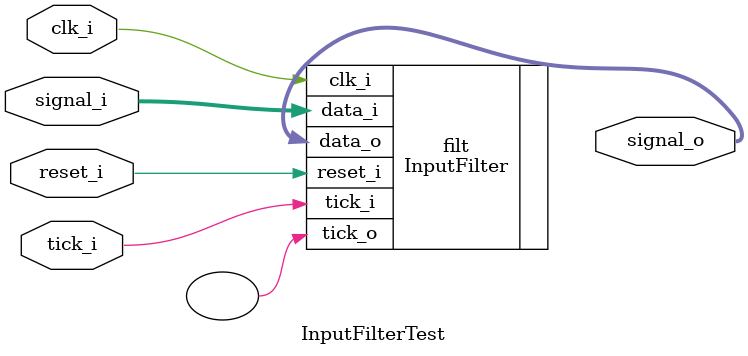
<source format=sv>
module InputFilterTest (
    input logic clk_i,
    input logic reset_i,
    input logic tick_i,  // high when new signal_i is available
    input logic [23:0] signal_i,
    output logic [23:0] signal_o
);

    InputFilter filt (
        .clk_i  (clk_i),
        .reset_i(reset_i),
        .tick_i (tick_i),
        .data_i (signal_i),
        .data_o (signal_o),
        .tick_o ()
    );

endmodule

</source>
